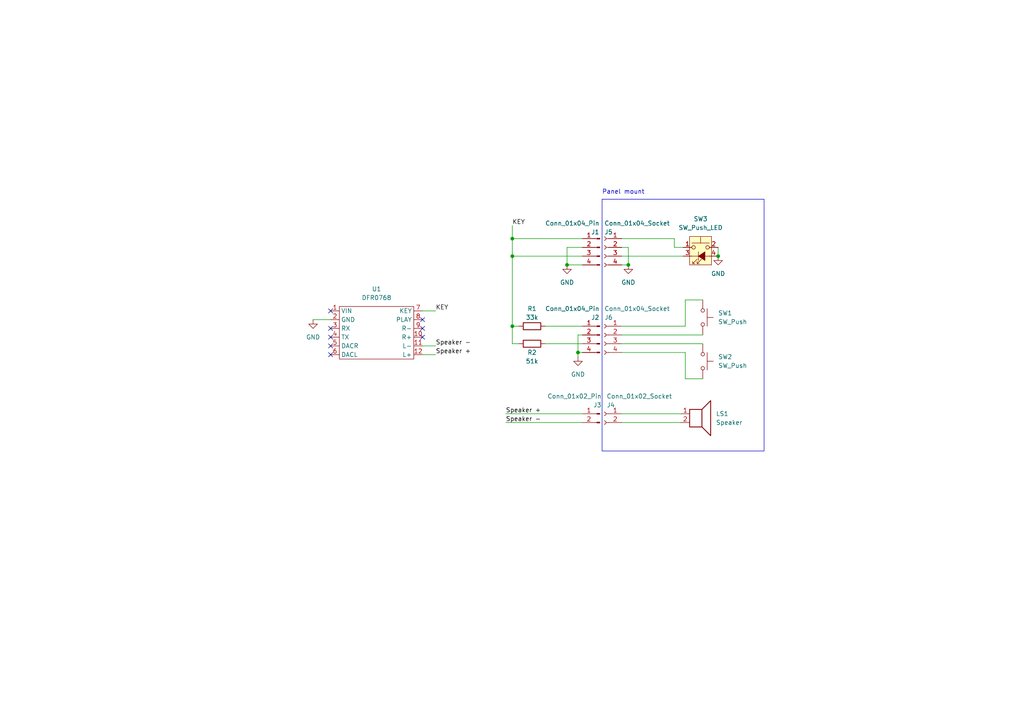
<source format=kicad_sch>
(kicad_sch (version 20230121) (generator eeschema)
  (paper "A4")
  (lib_symbols
    (symbol "Connector:Conn_01x02_Pin" (pin_names (offset 1.016) hide)
      (property "Reference" "J" (at 0 2.54 0))
      (property "Value" "Conn_01x02_Pin" (at 0 -5.08 0))
      (symbol "Conn_01x02_Pin_1_1"
        (polyline (pts (xy 1.27 -2.54) (xy 0.8636 -2.54)) (stroke (width 0.1524)))
        (polyline (pts (xy 1.27 0) (xy 0.8636 0)) (stroke (width 0.1524)))
        (rectangle (start 0.8636 -2.413) (end 0 -2.667) (stroke (width 0.1524)) (fill (type outline)))
        (rectangle (start 0.8636 0.127) (end 0 -0.127) (stroke (width 0.1524)) (fill (type outline)))
        (pin passive line (at 5.08 0 180) (length 3.81) (name "Pin_1") (number "1"))
        (pin passive line (at 5.08 -2.54 180) (length 3.81) (name "Pin_2") (number "2"))
      )
    )
    (symbol "Connector:Conn_01x02_Socket" (pin_names (offset 1.016) hide)
      (property "Reference" "J" (at 0 2.54 0))
      (property "Value" "Conn_01x02_Socket" (at 0 -5.08 0))
      (symbol "Conn_01x02_Socket_1_1"
        (arc (start 0 -2.032) (mid -0.5058 -2.54) (end 0 -3.048) (stroke (width 0.1524)))
        (polyline (pts (xy -1.27 -2.54) (xy -0.508 -2.54)) (stroke (width 0.1524)))
        (polyline (pts (xy -1.27 0) (xy -0.508 0)) (stroke (width 0.1524)))
        (arc (start 0 0.508) (mid -0.5058 0) (end 0 -0.508) (stroke (width 0.1524)))
        (pin passive line (at -5.08 0 0) (length 3.81) (name "Pin_1") (number "1"))
        (pin passive line (at -5.08 -2.54 0) (length 3.81) (name "Pin_2") (number "2"))
      )
    )
    (symbol "Connector:Conn_01x04_Pin" (pin_names (offset 1.016) hide)
      (property "Reference" "J" (at 0 5.08 0))
      (property "Value" "Conn_01x04_Pin" (at 0 -7.62 0))
      (symbol "Conn_01x04_Pin_1_1"
        (polyline (pts (xy 1.27 -5.08) (xy 0.8636 -5.08)) (stroke (width 0.1524)))
        (polyline (pts (xy 1.27 -2.54) (xy 0.8636 -2.54)) (stroke (width 0.1524)))
        (polyline (pts (xy 1.27 0) (xy 0.8636 0)) (stroke (width 0.1524)))
        (polyline (pts (xy 1.27 2.54) (xy 0.8636 2.54)) (stroke (width 0.1524)))
        (rectangle (start 0.8636 -4.953) (end 0 -5.207) (stroke (width 0.1524)) (fill (type outline)))
        (rectangle (start 0.8636 -2.413) (end 0 -2.667) (stroke (width 0.1524)) (fill (type outline)))
        (rectangle (start 0.8636 0.127) (end 0 -0.127) (stroke (width 0.1524)) (fill (type outline)))
        (rectangle (start 0.8636 2.667) (end 0 2.413) (stroke (width 0.1524)) (fill (type outline)))
        (pin passive line (at 5.08 2.54 180) (length 3.81) (name "Pin_1") (number "1"))
        (pin passive line (at 5.08 0 180) (length 3.81) (name "Pin_2") (number "2"))
        (pin passive line (at 5.08 -2.54 180) (length 3.81) (name "Pin_3") (number "3"))
        (pin passive line (at 5.08 -5.08 180) (length 3.81) (name "Pin_4") (number "4"))
      )
    )
    (symbol "Connector:Conn_01x04_Socket" (pin_names (offset 1.016) hide)
      (property "Reference" "J" (at 0 5.08 0))
      (property "Value" "Conn_01x04_Socket" (at 0 -7.62 0))
      (symbol "Conn_01x04_Socket_1_1"
        (arc (start 0 -4.572) (mid -0.5058 -5.08) (end 0 -5.588) (stroke (width 0.1524)))
        (arc (start 0 -2.032) (mid -0.5058 -2.54) (end 0 -3.048) (stroke (width 0.1524)))
        (polyline (pts (xy -1.27 -5.08) (xy -0.508 -5.08)) (stroke (width 0.1524)))
        (polyline (pts (xy -1.27 -2.54) (xy -0.508 -2.54)) (stroke (width 0.1524)))
        (polyline (pts (xy -1.27 0) (xy -0.508 0)) (stroke (width 0.1524)))
        (polyline (pts (xy -1.27 2.54) (xy -0.508 2.54)) (stroke (width 0.1524)))
        (arc (start 0 0.508) (mid -0.5058 0) (end 0 -0.508) (stroke (width 0.1524)))
        (arc (start 0 3.048) (mid -0.5058 2.54) (end 0 2.032) (stroke (width 0.1524)))
        (pin passive line (at -5.08 2.54 0) (length 3.81) (name "Pin_1") (number "1"))
        (pin passive line (at -5.08 0 0) (length 3.81) (name "Pin_2") (number "2"))
        (pin passive line (at -5.08 -2.54 0) (length 3.81) (name "Pin_3") (number "3"))
        (pin passive line (at -5.08 -5.08 0) (length 3.81) (name "Pin_4") (number "4"))
      )
    )
    (symbol "DFR0768:DFR0768"
      (property "Reference" "U1" (at 6.985 3.81 0))
      (property "Value" "DFR0768" (at 6.985 1.27 0))
      (symbol "DFR0768_0_1"
        (rectangle (start -3.81 -1.27) (end 17.78 -16.51))
      )
      (symbol "DFR0768_1_1"
        (pin power_in line (at -6.35 -2.54 0) (length 2.54) (name "VIN") (number "1"))
        (pin output line (at 20.32 -10.16 180) (length 2.54) (name "R+") (number "10"))
        (pin output line (at 20.32 -12.7 180) (length 2.54) (name "L-") (number "11"))
        (pin output line (at 20.32 -15.24 180) (length 2.54) (name "L+") (number "12"))
        (pin power_in line (at -6.35 -5.08 0) (length 2.54) (name "GND") (number "2"))
        (pin bidirectional line (at -6.35 -7.62 0) (length 2.54) (name "RX") (number "3"))
        (pin bidirectional line (at -6.35 -10.16 0) (length 2.54) (name "TX") (number "4"))
        (pin bidirectional line (at -6.35 -12.7 0) (length 2.54) (name "DACR") (number "5"))
        (pin bidirectional line (at -6.35 -15.24 0) (length 2.54) (name "DACL") (number "6"))
        (pin bidirectional line (at 20.32 -2.54 180) (length 2.54) (name "KEY") (number "7"))
        (pin bidirectional line (at 20.32 -5.08 180) (length 2.54) (name "PLAY") (number "8"))
        (pin output line (at 20.32 -7.62 180) (length 2.54) (name "R-") (number "9"))
      )
    )
    (symbol "Device:R" (pin_numbers hide) (pin_names (offset 0))
      (property "Reference" "R" (at 2.032 0 90))
      (property "Value" "R" (at 0 0 90))
      (symbol "R_0_1"
        (rectangle (start -1.016 -2.54) (end 1.016 2.54) (stroke (width 0.254)))
      )
      (symbol "R_1_1"
        (pin passive line (at 0 3.81 270) (length 1.27) (name "~") (number "1"))
        (pin passive line (at 0 -3.81 90) (length 1.27) (name "~") (number "2"))
      )
    )
    (symbol "Device:Speaker" (pin_names (offset 0) hide)
      (property "Reference" "LS" (at 1.27 5.715 0))
      (property "Value" "Speaker" (at 1.27 3.81 0))
      (symbol "Speaker_0_0"
        (rectangle (start -2.54 1.27) (end 1.016 -3.81) (stroke (width 0.254)))
        (polyline (pts (xy 1.016 1.27) (xy 3.556 3.81) (xy 3.556 -6.35) (xy 1.016 -3.81)) (stroke (width 0.254)))
      )
      (symbol "Speaker_1_1"
        (pin input line (at -5.08 0 0) (length 2.54) (name "1") (number "1"))
        (pin input line (at -5.08 -2.54 0) (length 2.54) (name "2") (number "2"))
      )
    )
    (symbol "Switch:SW_Push" (pin_numbers hide) (pin_names (offset 1.016) hide)
      (property "Reference" "SW" (at 1.27 2.54 0))
      (property "Value" "SW_Push" (at 0 -1.524 0))
      (symbol "SW_Push_0_1"
        (circle (center -2.032 0) (radius 0.508))
        (polyline (pts (xy 0 1.27) (xy 0 3.048)))
        (polyline (pts (xy 2.54 1.27) (xy -2.54 1.27)))
        (circle (center 2.032 0) (radius 0.508))
        (pin passive line (at -5.08 0 0) (length 2.54) (name "1") (number "1"))
        (pin passive line (at 5.08 0 180) (length 2.54) (name "2") (number "2"))
      )
    )
    (symbol "Switch:SW_Push_LED" (pin_names (offset 1.016) hide)
      (property "Reference" "SW" (at 0 7.62 0))
      (property "Value" "SW_Push_LED" (at 0 -3.81 0))
      (symbol "SW_Push_LED_0_0"
        (polyline (pts (xy -2.54 0) (xy 2.54 0)))
        (polyline (pts (xy -2.286 -2.159) (xy -1.016 -0.889)))
        (polyline (pts (xy -1.016 -2.159) (xy 0.254 -0.889)))
        (polyline (pts (xy -0.635 1.27) (xy -0.635 -1.27)))
        (polyline (pts (xy -2.286 -1.524) (xy -2.286 -2.159) (xy -1.651 -2.159)))
        (polyline (pts (xy -1.016 -1.524) (xy -1.016 -2.159) (xy -0.381 -2.159)))
        (polyline (pts (xy -0.635 0) (xy 1.27 1.27) (xy 1.27 -1.27) (xy -0.635 0)) (fill (type outline)))
      )
      (symbol "SW_Push_LED_0_1"
        (circle (center -2.032 2.54) (radius 0.508))
        (polyline (pts (xy 0 3.81) (xy 0 5.588)))
        (polyline (pts (xy 2.54 3.81) (xy -2.54 3.81)))
        (circle (center 2.032 2.54) (radius 0.508))
        (pin passive line (at -5.08 2.54 0) (length 2.54) (name "1") (number "1"))
        (pin passive line (at 5.08 2.54 180) (length 2.54) (name "2") (number "2"))
        (pin passive line (at -5.08 0 0) (length 2.54) (name "K") (number "3"))
        (pin passive line (at 5.08 0 180) (length 2.54) (name "A") (number "4"))
      )
      (symbol "SW_Push_LED_1_1"
        (rectangle (start -3.175 5.715) (end 3.175 -2.54) (fill (type background)))
      )
    )
    (symbol "power:GND" (power) (pin_names (offset 0))
      (property "Value" "GND" (at 0 -3.81 0))
      (symbol "GND_0_1"
        (polyline (pts (xy 0 0) (xy 0 -1.27) (xy 1.27 -1.27) (xy 0 -2.54) (xy -1.27 -1.27) (xy 0 -1.27)))
      )
      (symbol "GND_1_1"
        (pin power_in line (at 0 0 270) (length 0) hide (name "GND") (number "1"))
      )
    )
  )
  (junction (at 208.28 74.295))
  (junction (at 148.59 69.215))
  (junction (at 167.64 102.235))
  (junction (at 148.59 74.295))
  (junction (at 148.59 94.615))
  (junction (at 182.245 76.835))
  (junction (at 164.465 76.835))
  (no_connect (at 95.885 100.33))
  (no_connect (at 122.555 97.79))
  (no_connect (at 95.885 90.17))
  (no_connect (at 122.555 95.25))
  (no_connect (at 95.885 95.25))
  (no_connect (at 95.885 102.87))
  (no_connect (at 95.885 97.79))
  (no_connect (at 122.555 92.71))
  (wire (pts (xy 167.64 97.155) (xy 168.91 97.155)))
  (wire (pts (xy 180.34 97.155) (xy 203.835 97.155)))
  (wire (pts (xy 148.59 69.215) (xy 168.91 69.215)))
  (wire (pts (xy 167.64 97.155) (xy 167.64 102.235)))
  (wire (pts (xy 164.465 71.755) (xy 164.465 76.835)))
  (wire (pts (xy 180.34 94.615) (xy 198.755 94.615)))
  (wire (pts (xy 158.115 99.695) (xy 168.91 99.695)))
  (wire (pts (xy 148.59 65.405) (xy 148.59 69.215)))
  (wire (pts (xy 180.34 120.015) (xy 197.485 120.015)))
  (wire (pts (xy 180.34 69.215) (xy 195.58 69.215)))
  (wire (pts (xy 195.58 71.755) (xy 198.12 71.755)))
  (wire (pts (xy 148.59 74.295) (xy 148.59 94.615)))
  (wire (pts (xy 180.34 102.235) (xy 198.755 102.235)))
  (wire (pts (xy 180.34 99.695) (xy 203.835 99.695)))
  (wire (pts (xy 180.34 74.295) (xy 198.12 74.295)))
  (wire (pts (xy 167.64 102.235) (xy 168.91 102.235)))
  (wire (pts (xy 180.34 122.555) (xy 197.485 122.555)))
  (wire (pts (xy 182.245 71.755) (xy 182.245 76.835)))
  (wire (pts (xy 148.59 69.215) (xy 148.59 74.295)))
  (wire (pts (xy 148.59 74.295) (xy 168.91 74.295)))
  (wire (pts (xy 148.59 99.695) (xy 150.495 99.695)))
  (wire (pts (xy 198.755 86.995) (xy 198.755 94.615)))
  (wire (pts (xy 198.755 109.855) (xy 203.835 109.855)))
  (wire (pts (xy 164.465 71.755) (xy 168.91 71.755)))
  (wire (pts (xy 146.685 122.555) (xy 168.91 122.555)))
  (wire (pts (xy 164.465 76.835) (xy 168.91 76.835)))
  (wire (pts (xy 146.685 120.015) (xy 168.91 120.015)))
  (wire (pts (xy 195.58 69.215) (xy 195.58 71.755)))
  (wire (pts (xy 90.805 92.71) (xy 95.885 92.71)))
  (wire (pts (xy 180.34 71.755) (xy 182.245 71.755)))
  (wire (pts (xy 122.555 102.87) (xy 126.365 102.87)))
  (wire (pts (xy 148.59 94.615) (xy 148.59 99.695)))
  (wire (pts (xy 198.755 102.235) (xy 198.755 109.855)))
  (wire (pts (xy 180.34 76.835) (xy 182.245 76.835)))
  (wire (pts (xy 208.28 71.755) (xy 208.28 74.295)))
  (wire (pts (xy 148.59 94.615) (xy 150.495 94.615)))
  (wire (pts (xy 158.115 94.615) (xy 168.91 94.615)))
  (wire (pts (xy 198.755 86.995) (xy 203.835 86.995)))
  (wire (pts (xy 122.555 90.17) (xy 126.365 90.17)))
  (wire (pts (xy 122.555 100.33) (xy 126.365 100.33)))
  (wire (pts (xy 167.64 102.235) (xy 167.64 103.505)))
  (rectangle (start 174.625 57.785) (end 221.615 130.81))
  (text "Panel mount" (at 174.625 56.515 0) (effects (font (size 1.27 1.27)) (justify left bottom)))
  (label "Speaker -" (at 126.365 100.33 0))
  (label "Speaker -" (at 146.685 122.555 0))
  (label "KEY" (at 126.365 90.17 0))
  (label "Speaker +" (at 146.685 120.015 0))
  (label "Speaker +" (at 126.365 102.87 0))
  (label "KEY" (at 148.59 65.405 0))
  (symbol (lib_id "Connector:Conn_01x04_Socket") (at 175.26 97.155 0) (mirror y) (unit 1) (on_board no)
    (property "Reference" "J6" (at 176.53 92.075 0))
    (property "Value" "Conn_01x04_Socket" (at 184.785 89.535 0))
  )
  (symbol (lib_id "Switch:SW_Push_LED") (at 203.2 74.295 0) (unit 1) (on_board no)
    (property "Reference" "SW3" (at 203.2 63.5 0))
    (property "Value" "SW_Push_LED" (at 203.2 66.04 0))
  )
  (symbol (lib_id "power:GND") (at 90.805 92.71 0) (unit 1)
    (property "Reference" "#PWR04" (effects hide))
    (property "Value" "GND" (at 90.805 97.79 0))
  )
  (symbol (lib_id "power:GND") (at 167.64 103.505 0) (unit 1)
    (property "Reference" "#PWR05" (effects hide))
    (property "Value" "GND" (at 167.64 108.585 0))
  )
  (symbol (lib_id "DFR0768:DFR0768") (at 102.235 87.63 0) (unit 1)
    (property "Reference" "U1" (at 109.22 83.82 0))
    (property "Value" "DFR0768" (at 109.22 86.36 0))
    (property "Footprint" "DFR0768-DFROBOT-Symbol-Kicad-563352:DFR0768" (effects hide))
  )
  (symbol (lib_id "Connector:Conn_01x02_Socket") (at 175.26 120.015 0) (mirror y) (unit 1) (on_board no)
    (property "Reference" "J4" (at 177.165 117.475 0))
    (property "Value" "Conn_01x02_Socket" (at 185.42 114.935 0))
  )
  (symbol (lib_id "Connector:Conn_01x04_Pin") (at 173.99 97.155 0) (mirror y) (unit 1)
    (property "Reference" "J2" (at 171.45 92.075 0) (effects (justify right)))
    (property "Value" "Conn_01x04_Pin" (at 158.115 89.535 0) (effects (justify right)))
    (property "Footprint" "Connector_JST:JST_PH_B4B-PH-K_1x04_P2.00mm_Vertical" (effects hide))
  )
  (symbol (lib_id "power:GND") (at 182.245 76.835 0) (unit 1)
    (property "Reference" "#PWR02" (effects hide))
    (property "Value" "GND" (at 182.245 81.915 0))
  )
  (symbol (lib_id "Connector:Conn_01x02_Pin") (at 173.99 120.015 0) (mirror y) (unit 1)
    (property "Reference" "J3" (at 172.085 117.475 0) (effects (justify right)))
    (property "Value" "Conn_01x02_Pin" (at 158.75 114.935 0) (effects (justify right)))
    (property "Footprint" "Connector_JST:JST_PH_B2B-PH-K_1x02_P2.00mm_Vertical" (effects hide))
  )
  (symbol (lib_id "Device:R") (at 154.305 94.615 90) (unit 1)
    (property "Reference" "R1" (at 154.305 89.535 90))
    (property "Value" "33k" (at 154.305 92.075 90))
    (property "Footprint" "Resistor_SMD:R_0805_2012Metric" (effects hide))
  )
  (symbol (lib_id "Device:R") (at 154.305 99.695 90) (unit 1)
    (property "Reference" "R2" (at 154.305 102.235 90))
    (property "Value" "51k" (at 154.305 104.775 90))
    (property "Footprint" "Resistor_SMD:R_0805_2012Metric" (effects hide))
  )
  (symbol (lib_id "Connector:Conn_01x04_Pin") (at 173.99 71.755 0) (mirror y) (unit 1)
    (property "Reference" "J1" (at 171.45 67.31 0) (effects (justify right)))
    (property "Value" "Conn_01x04_Pin" (at 158.115 64.77 0) (effects (justify right)))
    (property "Footprint" "Connector_JST:JST_PH_B4B-PH-K_1x04_P2.00mm_Vertical" (effects hide))
  )
  (symbol (lib_id "power:GND") (at 164.465 76.835 0) (unit 1)
    (property "Reference" "#PWR01" (effects hide))
    (property "Value" "GND" (at 164.465 81.915 0))
  )
  (symbol (lib_id "Switch:SW_Push") (at 203.835 104.775 270) (unit 1) (on_board no)
    (property "Reference" "SW2" (at 208.28 103.505 90) (effects (justify left)))
    (property "Value" "SW_Push" (at 208.28 106.045 90) (effects (justify left)))
  )
  (symbol (lib_id "power:GND") (at 208.28 74.295 0) (unit 1)
    (property "Reference" "#PWR03" (effects hide))
    (property "Value" "GND" (at 208.28 79.375 0))
  )
  (symbol (lib_id "Device:Speaker") (at 202.565 120.015 0) (unit 1) (on_board no)
    (property "Reference" "LS1" (at 207.645 120.015 0) (effects (justify left)))
    (property "Value" "Speaker" (at 207.645 122.555 0) (effects (justify left)))
  )
  (symbol (lib_id "Switch:SW_Push") (at 203.835 92.075 270) (unit 1) (on_board no)
    (property "Reference" "SW1" (at 208.28 90.805 90) (effects (justify left)))
    (property "Value" "SW_Push" (at 208.28 93.345 90) (effects (justify left)))
  )
  (symbol (lib_id "Connector:Conn_01x04_Socket") (at 175.26 71.755 0) (mirror y) (unit 1) (on_board no)
    (property "Reference" "J5" (at 176.53 67.31 0))
    (property "Value" "Conn_01x04_Socket" (at 184.785 64.77 0))
  )
)
</source>
